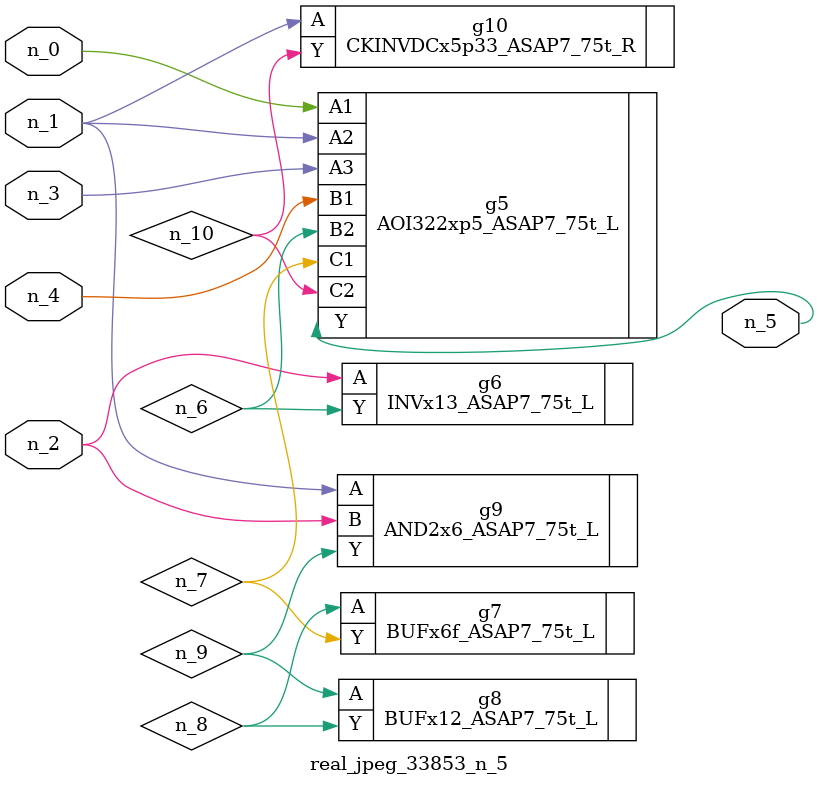
<source format=v>
module real_jpeg_33853_n_5 (n_4, n_0, n_1, n_2, n_3, n_5);

input n_4;
input n_0;
input n_1;
input n_2;
input n_3;

output n_5;

wire n_8;
wire n_6;
wire n_7;
wire n_10;
wire n_9;

AOI322xp5_ASAP7_75t_L g5 ( 
.A1(n_0),
.A2(n_1),
.A3(n_3),
.B1(n_4),
.B2(n_6),
.C1(n_7),
.C2(n_10),
.Y(n_5)
);

AND2x6_ASAP7_75t_L g9 ( 
.A(n_1),
.B(n_2),
.Y(n_9)
);

CKINVDCx5p33_ASAP7_75t_R g10 ( 
.A(n_1),
.Y(n_10)
);

INVx13_ASAP7_75t_L g6 ( 
.A(n_2),
.Y(n_6)
);

BUFx6f_ASAP7_75t_L g7 ( 
.A(n_8),
.Y(n_7)
);

BUFx12_ASAP7_75t_L g8 ( 
.A(n_9),
.Y(n_8)
);


endmodule
</source>
